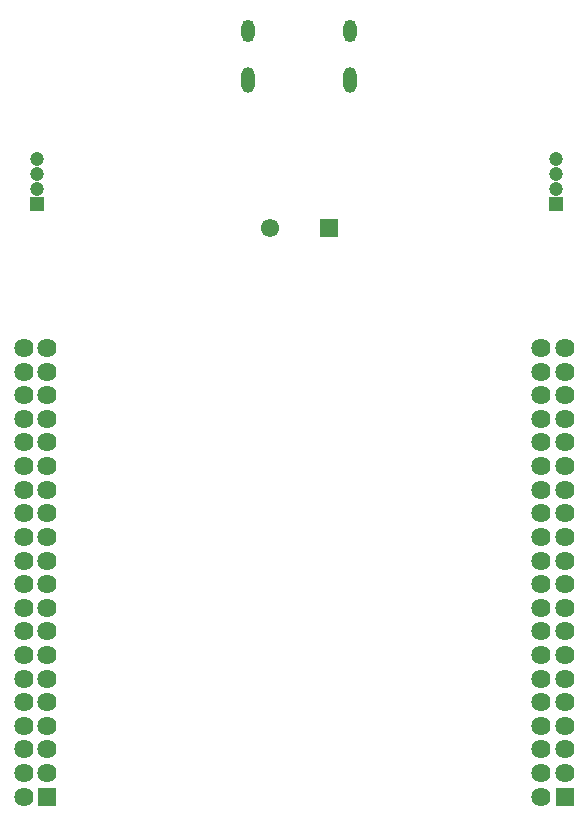
<source format=gbr>
G04*
G04 #@! TF.GenerationSoftware,Altium Limited,Altium Designer,22.4.2 (48)*
G04*
G04 Layer_Color=16711935*
%FSLAX25Y25*%
%MOIN*%
G70*
G04*
G04 #@! TF.SameCoordinates,3F43F253-9996-4CA0-957E-582612897B16*
G04*
G04*
G04 #@! TF.FilePolarity,Negative*
G04*
G01*
G75*
%ADD56O,0.04337X0.07487*%
%ADD57O,0.04337X0.08668*%
%ADD58R,0.06400X0.06400*%
%ADD59C,0.06400*%
%ADD60R,0.06115X0.06115*%
%ADD61C,0.06115*%
%ADD62R,0.04737X0.04737*%
%ADD63C,0.04737*%
D56*
X187992Y489301D02*
D03*
X222008D02*
D03*
D57*
Y472963D02*
D03*
X187992D02*
D03*
D58*
X293500Y234008D02*
D03*
X121000D02*
D03*
D59*
X285626D02*
D03*
X293500Y241882D02*
D03*
X285626D02*
D03*
X293500Y249756D02*
D03*
X285626D02*
D03*
X293500Y257630D02*
D03*
X285626D02*
D03*
X293500Y265504D02*
D03*
X285626D02*
D03*
X293500Y273378D02*
D03*
X285626D02*
D03*
X293500Y281252D02*
D03*
X285626D02*
D03*
X293500Y289126D02*
D03*
X285626D02*
D03*
X293500Y297000D02*
D03*
X285626D02*
D03*
X293500Y304874D02*
D03*
X285626D02*
D03*
X293500Y312748D02*
D03*
X285626D02*
D03*
X293500Y320622D02*
D03*
X285626D02*
D03*
X293500Y328496D02*
D03*
X285626D02*
D03*
X293500Y336370D02*
D03*
X285626D02*
D03*
X293500Y344244D02*
D03*
X285626D02*
D03*
X293500Y352118D02*
D03*
X285626D02*
D03*
X293500Y359992D02*
D03*
X285626D02*
D03*
X293500Y367866D02*
D03*
X285626D02*
D03*
X293500Y375740D02*
D03*
X285626D02*
D03*
X293500Y383614D02*
D03*
X285626D02*
D03*
X113126Y234008D02*
D03*
X121000Y241882D02*
D03*
X113126D02*
D03*
X121000Y249756D02*
D03*
X113126D02*
D03*
X121000Y257630D02*
D03*
X113126D02*
D03*
X121000Y265504D02*
D03*
X113126D02*
D03*
X121000Y273378D02*
D03*
X113126D02*
D03*
X121000Y281252D02*
D03*
X113126D02*
D03*
X121000Y289126D02*
D03*
X113126D02*
D03*
X121000Y297000D02*
D03*
X113126D02*
D03*
X121000Y304874D02*
D03*
X113126D02*
D03*
X121000Y312748D02*
D03*
X113126D02*
D03*
X121000Y320622D02*
D03*
X113126D02*
D03*
X121000Y328496D02*
D03*
X113126D02*
D03*
X121000Y336370D02*
D03*
X113126D02*
D03*
X121000Y344244D02*
D03*
X113126D02*
D03*
X121000Y352118D02*
D03*
X113126D02*
D03*
X121000Y359992D02*
D03*
X113126D02*
D03*
X121000Y367866D02*
D03*
X113126D02*
D03*
X121000Y375740D02*
D03*
X113126D02*
D03*
X121000Y383614D02*
D03*
X113126D02*
D03*
D60*
X214843Y423500D02*
D03*
D61*
X195158Y423500D02*
D03*
D62*
X117500Y431500D02*
D03*
X290500D02*
D03*
D63*
X117500Y436500D02*
D03*
Y441500D02*
D03*
Y446500D02*
D03*
X290500Y436500D02*
D03*
Y441500D02*
D03*
Y446500D02*
D03*
M02*

</source>
